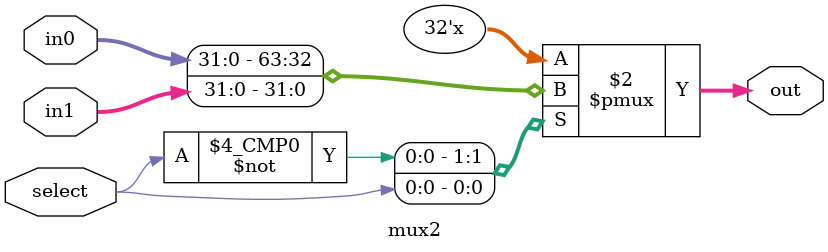
<source format=v>
module mux2(in0,in1,select,out);
input[31:0] in0,in1;
input select;
output[31:0] out;
reg[31:0] out;
always @(*)
		begin
case(select)
		0:out<=in0;
1:out<=in1;
endcase
end
endmodule

</source>
